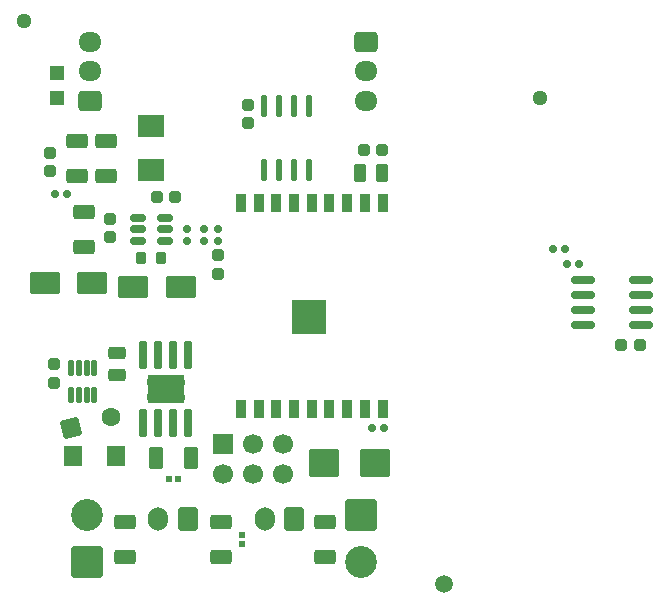
<source format=gbr>
%TF.GenerationSoftware,KiCad,Pcbnew,9.0.3*%
%TF.CreationDate,2025-08-08T12:42:48-04:00*%
%TF.ProjectId,DC_servo_joint,44435f73-6572-4766-9f5f-6a6f696e742e,rev?*%
%TF.SameCoordinates,Original*%
%TF.FileFunction,Soldermask,Top*%
%TF.FilePolarity,Negative*%
%FSLAX46Y46*%
G04 Gerber Fmt 4.6, Leading zero omitted, Abs format (unit mm)*
G04 Created by KiCad (PCBNEW 9.0.3) date 2025-08-08 12:42:48*
%MOMM*%
%LPD*%
G01*
G04 APERTURE LIST*
G04 Aperture macros list*
%AMRoundRect*
0 Rectangle with rounded corners*
0 $1 Rounding radius*
0 $2 $3 $4 $5 $6 $7 $8 $9 X,Y pos of 4 corners*
0 Add a 4 corners polygon primitive as box body*
4,1,4,$2,$3,$4,$5,$6,$7,$8,$9,$2,$3,0*
0 Add four circle primitives for the rounded corners*
1,1,$1+$1,$2,$3*
1,1,$1+$1,$4,$5*
1,1,$1+$1,$6,$7*
1,1,$1+$1,$8,$9*
0 Add four rect primitives between the rounded corners*
20,1,$1+$1,$2,$3,$4,$5,0*
20,1,$1+$1,$4,$5,$6,$7,0*
20,1,$1+$1,$6,$7,$8,$9,0*
20,1,$1+$1,$8,$9,$2,$3,0*%
G04 Aperture macros list end*
%ADD10RoundRect,0.244000X0.269000X-0.244000X0.269000X0.244000X-0.269000X0.244000X-0.269000X-0.244000X0*%
%ADD11RoundRect,0.244000X0.244000X0.269000X-0.244000X0.269000X-0.244000X-0.269000X0.244000X-0.269000X0*%
%ADD12RoundRect,0.159000X0.159000X0.189000X-0.159000X0.189000X-0.159000X-0.189000X0.159000X-0.189000X0*%
%ADD13C,1.496000*%
%ADD14RoundRect,0.125000X0.125000X-0.537500X0.125000X0.537500X-0.125000X0.537500X-0.125000X-0.537500X0*%
%ADD15RoundRect,0.269000X0.269000X0.494000X-0.269000X0.494000X-0.269000X-0.494000X0.269000X-0.494000X0*%
%ADD16C,1.296000*%
%ADD17RoundRect,0.159000X0.189000X-0.159000X0.189000X0.159000X-0.189000X0.159000X-0.189000X-0.159000X0*%
%ADD18R,0.500000X0.600000*%
%ADD19C,0.600000*%
%ADD20R,2.900000X2.900000*%
%ADD21R,0.900000X1.500000*%
%ADD22RoundRect,0.266521X0.671479X-0.346479X0.671479X0.346479X-0.671479X0.346479X-0.671479X-0.346479X0*%
%ADD23O,0.570000X1.950000*%
%ADD24C,0.770000*%
%ADD25RoundRect,0.070000X-0.250000X1.100000X-0.250000X-1.100000X0.250000X-1.100000X0.250000X1.100000X0*%
%ADD26R,3.100000X2.400000*%
%ADD27RoundRect,0.239000X0.274000X-0.239000X0.274000X0.239000X-0.274000X0.239000X-0.274000X-0.239000X0*%
%ADD28C,1.700000*%
%ADD29R,1.700000X1.700000*%
%ADD30RoundRect,0.267317X-0.470683X0.280683X-0.470683X-0.280683X0.470683X-0.280683X0.470683X0.280683X0*%
%ADD31RoundRect,0.266521X-0.671479X0.346479X-0.671479X-0.346479X0.671479X-0.346479X0.671479X0.346479X0*%
%ADD32RoundRect,0.150000X0.825000X0.150000X-0.825000X0.150000X-0.825000X-0.150000X0.825000X-0.150000X0*%
%ADD33RoundRect,0.244000X-0.269000X0.244000X-0.269000X-0.244000X0.269000X-0.244000X0.269000X0.244000X0*%
%ADD34RoundRect,0.159000X-0.189000X0.159000X-0.189000X-0.159000X0.189000X-0.159000X0.189000X0.159000X0*%
%ADD35RoundRect,0.266521X-0.346479X-0.671479X0.346479X-0.671479X0.346479X0.671479X-0.346479X0.671479X0*%
%ADD36R,0.600000X0.500000*%
%ADD37R,1.500000X1.800000*%
%ADD38RoundRect,0.258261X1.029739X0.929739X-1.029739X0.929739X-1.029739X-0.929739X1.029739X-0.929739X0*%
%ADD39R,2.286000X1.854500*%
%ADD40RoundRect,0.150000X-0.512500X-0.150000X0.512500X-0.150000X0.512500X0.150000X-0.512500X0.150000X0*%
%ADD41RoundRect,0.159000X-0.159000X-0.189000X0.159000X-0.189000X0.159000X0.189000X-0.159000X0.189000X0*%
%ADD42RoundRect,0.244000X-0.244000X-0.269000X0.244000X-0.269000X0.244000X0.269000X-0.244000X0.269000X0*%
%ADD43RoundRect,0.260556X-1.027444X-0.677444X1.027444X-0.677444X1.027444X0.677444X-1.027444X0.677444X0*%
%ADD44R,1.200000X1.200000*%
%ADD45RoundRect,0.260556X1.027444X0.677444X-1.027444X0.677444X-1.027444X-0.677444X1.027444X-0.677444X0*%
%ADD46RoundRect,0.219000X-0.219000X-0.294000X0.219000X-0.294000X0.219000X0.294000X-0.219000X0.294000X0*%
%ADD47O,1.700000X2.000000*%
%ADD48RoundRect,0.250000X0.600000X0.750000X-0.600000X0.750000X-0.600000X-0.750000X0.600000X-0.750000X0*%
%ADD49O,1.950000X1.700000*%
%ADD50RoundRect,0.250000X-0.725000X0.600000X-0.725000X-0.600000X0.725000X-0.600000X0.725000X0.600000X0*%
%ADD51C,2.700000*%
%ADD52RoundRect,0.250001X1.099999X-1.099999X1.099999X1.099999X-1.099999X1.099999X-1.099999X-1.099999X0*%
%ADD53C,1.600000*%
%ADD54RoundRect,0.250000X-0.388909X-0.673610X0.673610X-0.388909X0.388909X0.673610X-0.673610X0.388909X0*%
%ADD55RoundRect,0.250001X-1.099999X1.099999X-1.099999X-1.099999X1.099999X-1.099999X1.099999X1.099999X0*%
%ADD56RoundRect,0.250000X0.725000X-0.600000X0.725000X0.600000X-0.725000X0.600000X-0.725000X-0.600000X0*%
G04 APERTURE END LIST*
D10*
%TO.C,C12*%
X107500000Y-67920000D03*
X107500000Y-69480000D03*
%TD*%
D11*
%TO.C,C8*%
X129020000Y-62050000D03*
X130580000Y-62050000D03*
%TD*%
D12*
%TO.C,R_i2c1*%
X146250000Y-71700000D03*
X147250000Y-71700000D03*
%TD*%
D13*
%TO.C,H6*%
X135800000Y-98800000D03*
%TD*%
D14*
%TO.C,U_6*%
X104250000Y-80525000D03*
X104900000Y-80525000D03*
X105550000Y-80525000D03*
X106200000Y-80525000D03*
X106200000Y-82800000D03*
X105550000Y-82800000D03*
X104900000Y-82800000D03*
X104250000Y-82800000D03*
%TD*%
D15*
%TO.C,C14*%
X128650000Y-64050000D03*
X130550000Y-64050000D03*
%TD*%
D16*
%TO.C,H4*%
X143900000Y-57700000D03*
%TD*%
D12*
%TO.C,R2*%
X129700000Y-85600000D03*
X130700000Y-85600000D03*
%TD*%
D17*
%TO.C,R7*%
X114000000Y-68800000D03*
X114000000Y-69800000D03*
%TD*%
D18*
%TO.C,D4*%
X112500000Y-89950000D03*
X113300000Y-89950000D03*
%TD*%
D19*
%TO.C,U2*%
X123850000Y-77360000D03*
X124950000Y-77360000D03*
X123300000Y-76810000D03*
X124400000Y-76810000D03*
X125500000Y-76810000D03*
X123850000Y-76260000D03*
D20*
X124400000Y-76260000D03*
D19*
X124950000Y-76260000D03*
X123300000Y-75710000D03*
X124400000Y-75710000D03*
X125500000Y-75710000D03*
X123850000Y-75160000D03*
X124950000Y-75160000D03*
D21*
X130600000Y-84050000D03*
X129100000Y-84050000D03*
X127600000Y-84050000D03*
X126100000Y-84050000D03*
X124600000Y-84050000D03*
X123100000Y-84050000D03*
X121600000Y-84050000D03*
X120100000Y-84050000D03*
X118600000Y-84050000D03*
X118600000Y-66550000D03*
X120100000Y-66550000D03*
X121600000Y-66550000D03*
X123100000Y-66550000D03*
X124600000Y-66550000D03*
X126100000Y-66550000D03*
X127600000Y-66550000D03*
X129100000Y-66550000D03*
X130600000Y-66550000D03*
%TD*%
D22*
%TO.C,C17*%
X116900000Y-93570000D03*
X116900000Y-96530000D03*
%TD*%
D23*
%TO.C,U3*%
X120540000Y-58340000D03*
X121810000Y-58340000D03*
X123090000Y-58340000D03*
X124360000Y-58340000D03*
X124360000Y-63760000D03*
X123090000Y-63760000D03*
X121810000Y-63760000D03*
X120540000Y-63760000D03*
%TD*%
D22*
%TO.C,C1*%
X125700000Y-93570000D03*
X125700000Y-96530000D03*
%TD*%
D24*
%TO.C,U_MOTOR_1*%
X110950000Y-83000000D03*
X112250000Y-83000000D03*
X113550000Y-83000000D03*
X110950000Y-81700000D03*
X112250000Y-81700000D03*
X113550000Y-81700000D03*
D25*
X114155000Y-85225000D03*
X112885000Y-85225000D03*
X111615000Y-85225000D03*
X110345000Y-85225000D03*
X110345000Y-79475000D03*
X111615000Y-79475000D03*
X112885000Y-79475000D03*
X114155000Y-79475000D03*
D26*
X112250000Y-82350000D03*
%TD*%
D27*
%TO.C,D6*%
X102400000Y-62310000D03*
X102400000Y-63890000D03*
%TD*%
D28*
%TO.C,J_USB1*%
X122200000Y-89540000D03*
X122200000Y-87000000D03*
X119660000Y-89540000D03*
X119660000Y-87000000D03*
X117120000Y-89540000D03*
D29*
X117120000Y-87000000D03*
%TD*%
D22*
%TO.C,C2*%
X108800000Y-93570000D03*
X108800000Y-96530000D03*
%TD*%
D30*
%TO.C,R3*%
X108100000Y-81110000D03*
X108100000Y-79290000D03*
%TD*%
D16*
%TO.C,H5*%
X100200000Y-51200000D03*
%TD*%
D31*
%TO.C,C10*%
X107200000Y-64280000D03*
X107200000Y-61320000D03*
%TD*%
D32*
%TO.C,U1*%
X147525000Y-76905000D03*
X147525000Y-75635000D03*
X147525000Y-74365000D03*
X147525000Y-73095000D03*
X152475000Y-73095000D03*
X152475000Y-74365000D03*
X152475000Y-75635000D03*
X152475000Y-76905000D03*
%TD*%
D33*
%TO.C,C4*%
X116700000Y-72560000D03*
X116700000Y-71000000D03*
%TD*%
D34*
%TO.C,R5*%
X116700000Y-69780000D03*
X116700000Y-68780000D03*
%TD*%
D35*
%TO.C,C5*%
X114380000Y-88150000D03*
X111420000Y-88150000D03*
%TD*%
D31*
%TO.C,C3*%
X104700000Y-64260000D03*
X104700000Y-61300000D03*
%TD*%
D36*
%TO.C,D2*%
X118700000Y-95450000D03*
X118700000Y-94650000D03*
%TD*%
D12*
%TO.C,R_i2c2*%
X145000000Y-70450000D03*
X146000000Y-70450000D03*
%TD*%
D37*
%TO.C,R_SHUT2*%
X104400000Y-88000000D03*
X108000000Y-88000000D03*
%TD*%
D38*
%TO.C,D1*%
X125650000Y-88600000D03*
X129950000Y-88600000D03*
%TD*%
D39*
%TO.C,L1*%
X111000000Y-63800000D03*
X111000000Y-60015500D03*
%TD*%
D34*
%TO.C,R1*%
X115500000Y-69800000D03*
X115500000Y-68800000D03*
%TD*%
D11*
%TO.C,C7*%
X150820000Y-78600000D03*
X152380000Y-78600000D03*
%TD*%
D40*
%TO.C,U5*%
X112137500Y-67850000D03*
X112137500Y-68800000D03*
X112137500Y-69750000D03*
X109862500Y-69750000D03*
X109862500Y-68800000D03*
X109862500Y-67850000D03*
%TD*%
D41*
%TO.C,R6*%
X103900000Y-65800000D03*
X102900000Y-65800000D03*
%TD*%
D33*
%TO.C,C16*%
X119200000Y-59830000D03*
X119200000Y-58270000D03*
%TD*%
D42*
%TO.C,C13*%
X113030000Y-66050000D03*
X111470000Y-66050000D03*
%TD*%
D43*
%TO.C,D3*%
X113500000Y-73700000D03*
X109500000Y-73700000D03*
%TD*%
D22*
%TO.C,C9*%
X105300000Y-67320000D03*
X105300000Y-70280000D03*
%TD*%
D10*
%TO.C,C6*%
X102800000Y-80220000D03*
X102800000Y-81780000D03*
%TD*%
D44*
%TO.C,R_TERM_1*%
X103000000Y-57650000D03*
X103000000Y-55550000D03*
%TD*%
D45*
%TO.C,D5*%
X102000000Y-73300000D03*
X106000000Y-73300000D03*
%TD*%
D46*
%TO.C,R4*%
X111820000Y-71200000D03*
X110180000Y-71200000D03*
%TD*%
D47*
%TO.C,J_MOT1*%
X111600000Y-93300000D03*
D48*
X114100000Y-93300000D03*
%TD*%
D49*
%TO.C,J_BUS1*%
X129155000Y-57900000D03*
X129155000Y-55400000D03*
D50*
X129155000Y-52900000D03*
%TD*%
D51*
%TO.C,J_PWR1*%
X105600000Y-92970000D03*
D52*
X105600000Y-96930000D03*
%TD*%
D53*
%TO.C,C15*%
X107600000Y-84725000D03*
D54*
X104219260Y-85630867D03*
%TD*%
D51*
%TO.C,J_PWR2*%
X128800000Y-96930000D03*
D55*
X128800000Y-92970000D03*
%TD*%
D47*
%TO.C,J_NTC1*%
X120600000Y-93350000D03*
D48*
X123100000Y-93350000D03*
%TD*%
D49*
%TO.C,J_BUS2*%
X105800000Y-52900000D03*
X105800000Y-55400000D03*
D56*
X105800000Y-57900000D03*
%TD*%
M02*

</source>
